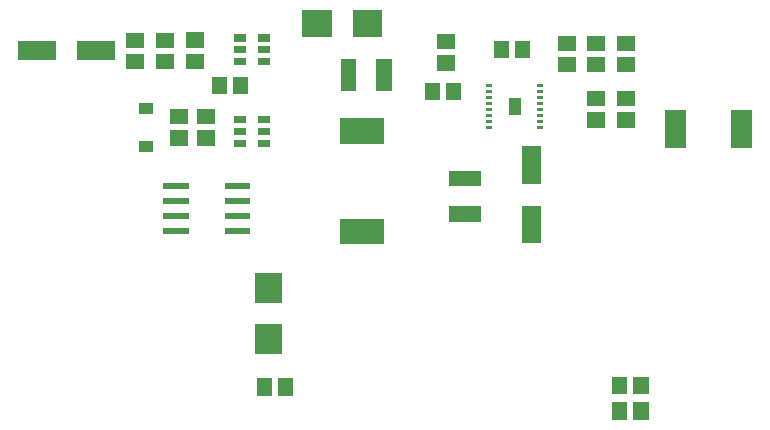
<source format=gbr>
G04 start of page 10 for group -4015 idx -4015 *
G04 Title: (unknown), toppaste *
G04 Creator: pcb 4.0.2 *
G04 CreationDate: Thu Jun 24 15:44:02 2021 UTC *
G04 For: ndholmes *
G04 Format: Gerber/RS-274X *
G04 PCB-Dimensions (mil): 3000.00 1500.00 *
G04 PCB-Coordinate-Origin: lower left *
%MOIN*%
%FSLAX25Y25*%
%LNTOPPASTE*%
%ADD48C,0.0001*%
G54D48*G36*
X130016Y21452D02*X124898D01*
Y15548D01*
X130016D01*
Y21452D01*
G37*
G36*
X137102D02*X131984D01*
Y15548D01*
X137102D01*
Y21452D01*
G37*
G36*
X133528Y39456D02*X124472D01*
Y29614D01*
X133528D01*
Y39456D01*
G37*
G36*
Y56386D02*X124472D01*
Y46544D01*
X133528D01*
Y56386D01*
G37*
G36*
X185048Y136102D02*Y130984D01*
X190952D01*
Y136102D01*
X185048D01*
G37*
G36*
Y129016D02*Y123898D01*
X190952D01*
Y129016D01*
X185048D01*
G37*
G36*
X125500Y100950D02*Y98550D01*
X129500D01*
Y100950D01*
X125500D01*
G37*
G36*
Y104850D02*Y102450D01*
X129500D01*
Y104850D01*
X125500D01*
G37*
G36*
Y108750D02*Y106350D01*
X129500D01*
Y108750D01*
X125500D01*
G37*
G36*
X117300D02*Y106350D01*
X121300D01*
Y108750D01*
X117300D01*
G37*
G36*
Y104850D02*Y102450D01*
X121300D01*
Y104850D01*
X117300D01*
G37*
G36*
Y100950D02*Y98550D01*
X121300D01*
Y100950D01*
X117300D01*
G37*
G36*
X85600Y100300D02*Y96700D01*
X90400D01*
Y100300D01*
X85600D01*
G37*
G36*
Y113200D02*Y109600D01*
X90400D01*
Y113200D01*
X85600D01*
G37*
G36*
X115016Y121952D02*X109898D01*
Y116048D01*
X115016D01*
Y121952D01*
G37*
G36*
X122102D02*X116984D01*
Y116048D01*
X122102D01*
Y121952D01*
G37*
G36*
X93750Y86500D02*Y84500D01*
X102250D01*
Y86500D01*
X93750D01*
G37*
G36*
Y81500D02*Y79500D01*
X102250D01*
Y81500D01*
X93750D01*
G37*
G36*
Y76500D02*Y74500D01*
X102250D01*
Y76500D01*
X93750D01*
G37*
G36*
Y71500D02*Y69500D01*
X102250D01*
Y71500D01*
X93750D01*
G37*
G36*
X114250D02*Y69500D01*
X122750D01*
Y71500D01*
X114250D01*
G37*
G36*
Y76500D02*Y74500D01*
X122750D01*
Y76500D01*
X114250D01*
G37*
G36*
Y81500D02*Y79500D01*
X122750D01*
Y81500D01*
X114250D01*
G37*
G36*
Y86500D02*Y84500D01*
X122750D01*
Y86500D01*
X114250D01*
G37*
G36*
X105048Y104016D02*Y98898D01*
X110952D01*
Y104016D01*
X105048D01*
G37*
G36*
Y111102D02*Y105984D01*
X110952D01*
Y111102D01*
X105048D01*
G37*
G36*
X125500Y128200D02*Y125800D01*
X129500D01*
Y128200D01*
X125500D01*
G37*
G36*
Y132100D02*Y129700D01*
X129500D01*
Y132100D01*
X125500D01*
G37*
G36*
Y136000D02*Y133600D01*
X129500D01*
Y136000D01*
X125500D01*
G37*
G36*
X117300D02*Y133600D01*
X121300D01*
Y136000D01*
X117300D01*
G37*
G36*
Y132100D02*Y129700D01*
X121300D01*
Y132100D01*
X117300D01*
G37*
G36*
Y128200D02*Y125800D01*
X121300D01*
Y128200D01*
X117300D01*
G37*
G36*
X45515Y133650D02*Y127350D01*
X58114D01*
Y133650D01*
X45515D01*
G37*
G36*
X65200D02*Y127350D01*
X77799D01*
Y133650D01*
X65200D01*
G37*
G36*
X96048Y111102D02*Y105984D01*
X101952D01*
Y111102D01*
X96048D01*
G37*
G36*
Y104016D02*Y98898D01*
X101952D01*
Y104016D01*
X96048D01*
G37*
G36*
X91548Y129516D02*Y124398D01*
X97452D01*
Y129516D01*
X91548D01*
G37*
G36*
Y136602D02*Y131484D01*
X97452D01*
Y136602D01*
X91548D01*
G37*
G36*
X81548Y136559D02*Y131441D01*
X87452D01*
Y136559D01*
X81548D01*
G37*
G36*
Y129473D02*Y124355D01*
X87452D01*
Y129473D01*
X81548D01*
G37*
G36*
X101548Y136645D02*Y131527D01*
X107452D01*
Y136645D01*
X101548D01*
G37*
G36*
Y129559D02*Y124441D01*
X107452D01*
Y129559D01*
X101548D01*
G37*
G36*
X216102Y133952D02*X210984D01*
Y128048D01*
X216102D01*
Y133952D01*
G37*
G36*
X209016D02*X203898D01*
Y128048D01*
X209016D01*
Y133952D01*
G37*
G36*
X245048Y110016D02*Y104898D01*
X250952D01*
Y110016D01*
X245048D01*
G37*
G36*
Y117102D02*Y111984D01*
X250952D01*
Y117102D01*
X245048D01*
G37*
G36*
X140114Y144028D02*Y134972D01*
X149956D01*
Y144028D01*
X140114D01*
G37*
G36*
X157044D02*Y134972D01*
X166886D01*
Y144028D01*
X157044D01*
G37*
G36*
X158154Y127814D02*X153036D01*
Y117186D01*
X158154D01*
Y127814D01*
G37*
G36*
X169964D02*X164846D01*
Y117186D01*
X169964D01*
Y127814D01*
G37*
G36*
X189186Y78654D02*Y73536D01*
X199814D01*
Y78654D01*
X189186D01*
G37*
G36*
Y90464D02*Y85346D01*
X199814D01*
Y90464D01*
X189186D01*
G37*
G36*
X219650Y78957D02*X213350D01*
Y66358D01*
X219650D01*
Y78957D01*
G37*
G36*
Y98642D02*X213350D01*
Y86043D01*
X219650D01*
Y98642D01*
G37*
G36*
X152763Y74580D02*Y66106D01*
X167237D01*
Y74580D01*
X152763D01*
G37*
G36*
Y107980D02*Y99506D01*
X167237D01*
Y107980D01*
X152763D01*
G37*
G36*
X218500Y105610D02*Y104610D01*
X220500D01*
Y105610D01*
X218500D01*
G37*
G36*
Y107579D02*Y106579D01*
X220500D01*
Y107579D01*
X218500D01*
G37*
G36*
Y109547D02*Y108547D01*
X220500D01*
Y109547D01*
X218500D01*
G37*
G36*
Y111516D02*Y110516D01*
X220500D01*
Y111516D01*
X218500D01*
G37*
G36*
Y113484D02*Y112484D01*
X220500D01*
Y113484D01*
X218500D01*
G37*
G36*
Y115453D02*Y114453D01*
X220500D01*
Y115453D01*
X218500D01*
G37*
G36*
Y117421D02*Y116421D01*
X220500D01*
Y117421D01*
X218500D01*
G37*
G36*
Y119390D02*Y118390D01*
X220500D01*
Y119390D01*
X218500D01*
G37*
G36*
X201500D02*Y118390D01*
X203500D01*
Y119390D01*
X201500D01*
G37*
G36*
Y117421D02*Y116421D01*
X203500D01*
Y117421D01*
X201500D01*
G37*
G36*
Y115453D02*Y114453D01*
X203500D01*
Y115453D01*
X201500D01*
G37*
G36*
Y113484D02*Y112484D01*
X203500D01*
Y113484D01*
X201500D01*
G37*
G36*
Y111516D02*Y110516D01*
X203500D01*
Y111516D01*
X201500D01*
G37*
G36*
Y109547D02*Y108547D01*
X203500D01*
Y109547D01*
X201500D01*
G37*
G36*
Y107579D02*Y106579D01*
X203500D01*
Y107579D01*
X201500D01*
G37*
G36*
Y105610D02*Y104610D01*
X203500D01*
Y105610D01*
X201500D01*
G37*
G36*
X212968Y114953D02*X209032D01*
Y109047D01*
X212968D01*
Y114953D01*
G37*
G36*
X268019Y110799D02*X260932D01*
Y98200D01*
X268019D01*
Y110799D01*
G37*
G36*
X290068D02*X282981D01*
Y98200D01*
X290068D01*
Y110799D01*
G37*
G36*
X235048Y117102D02*Y111984D01*
X240952D01*
Y117102D01*
X235048D01*
G37*
G36*
Y110016D02*Y104898D01*
X240952D01*
Y110016D01*
X235048D01*
G37*
G36*
X225548Y135602D02*Y130484D01*
X231452D01*
Y135602D01*
X225548D01*
G37*
G36*
Y128516D02*Y123398D01*
X231452D01*
Y128516D01*
X225548D01*
G37*
G36*
X235048D02*Y123398D01*
X240952D01*
Y128516D01*
X235048D01*
G37*
G36*
Y135602D02*Y130484D01*
X240952D01*
Y135602D01*
X235048D01*
G37*
G36*
X245048Y128516D02*Y123398D01*
X250952D01*
Y128516D01*
X245048D01*
G37*
G36*
Y135602D02*Y130484D01*
X250952D01*
Y135602D01*
X245048D01*
G37*
G36*
X186016Y119952D02*X180898D01*
Y114048D01*
X186016D01*
Y119952D01*
G37*
G36*
X193102D02*X187984D01*
Y114048D01*
X193102D01*
Y119952D01*
G37*
G36*
X255602Y13452D02*X250484D01*
Y7548D01*
X255602D01*
Y13452D01*
G37*
G36*
X248516D02*X243398D01*
Y7548D01*
X248516D01*
Y13452D01*
G37*
G36*
Y21952D02*X243398D01*
Y16048D01*
X248516D01*
Y21952D01*
G37*
G36*
X255602D02*X250484D01*
Y16048D01*
X255602D01*
Y21952D01*
G37*
M02*

</source>
